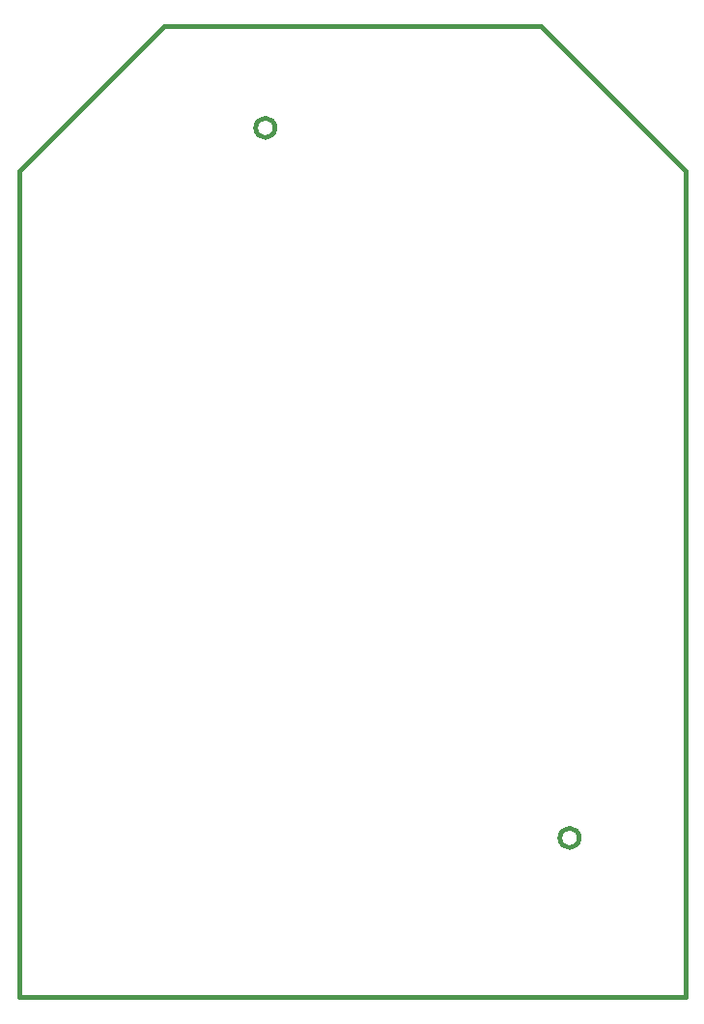
<source format=gbr>
G04 #@! TF.GenerationSoftware,KiCad,Pcbnew,5.1.6-c6e7f7d~87~ubuntu19.10.1*
G04 #@! TF.CreationDate,2022-01-15T23:23:36+06:00*
G04 #@! TF.ProjectId,big_muff_r2a_nyc,6269675f-6d75-4666-965f-7232615f6e79,2A*
G04 #@! TF.SameCoordinates,Original*
G04 #@! TF.FileFunction,Profile,NP*
%FSLAX46Y46*%
G04 Gerber Fmt 4.6, Leading zero omitted, Abs format (unit mm)*
G04 Created by KiCad (PCBNEW 5.1.6-c6e7f7d~87~ubuntu19.10.1) date 2022-01-15 23:23:36*
%MOMM*%
%LPD*%
G01*
G04 APERTURE LIST*
G04 #@! TA.AperFunction,Profile*
%ADD10C,0.400000*%
G04 #@! TD*
G04 APERTURE END LIST*
D10*
X125310000Y-165100000D02*
G75*
G03*
X125310000Y-165100000I-850000J0D01*
G01*
X98640000Y-102870000D02*
G75*
G03*
X98640000Y-102870000I-850000J0D01*
G01*
X121920000Y-93980000D02*
X134620000Y-106680000D01*
X76200000Y-106680000D02*
X88900000Y-93980000D01*
X134620000Y-106680000D02*
X134620000Y-179070000D01*
X76200000Y-106680000D02*
X76200000Y-179070000D01*
X76200000Y-179070000D02*
X134620000Y-179070000D01*
X88900000Y-93980000D02*
X121920000Y-93980000D01*
M02*

</source>
